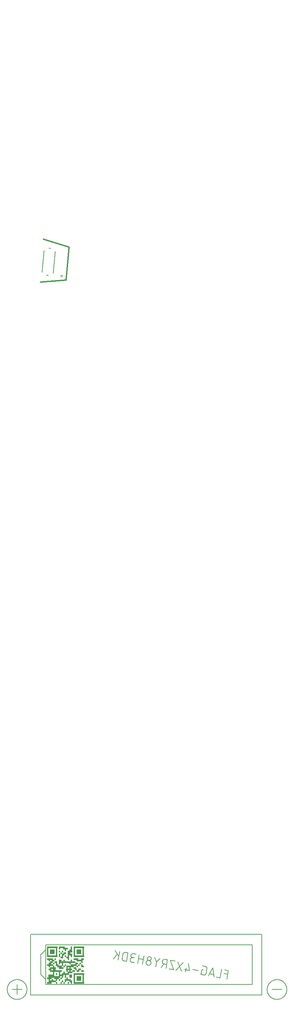
<source format=gbr>
G04 EAGLE Gerber RS-274X export*
G75*
%MOMM*%
%FSLAX34Y34*%
%LPD*%
%INSilkscreen Bottom*%
%IPPOS*%
%AMOC8*
5,1,8,0,0,1.08239X$1,22.5*%
G01*
%ADD10C,0.203200*%
%ADD11C,0.304800*%
%ADD12R,0.406400X0.101600*%
%ADD13R,0.203200X0.101600*%
%ADD14R,0.609600X0.101600*%
%ADD15R,2.667000X0.127000*%
%ADD16R,0.381000X0.127000*%
%ADD17R,1.143000X0.127000*%
%ADD18R,0.762000X0.127000*%
%ADD19R,1.905000X0.127000*%
%ADD20R,1.524000X0.127000*%
%ADD21R,3.048000X0.127000*%
%ADD22R,4.191000X0.127000*%
%ADD23C,0.127000*%
%ADD24C,0.152400*%
%ADD25C,0.076200*%


D10*
X216092Y-2416141D02*
X219973Y-2394129D01*
X210190Y-2392403D01*
X208465Y-2402187D02*
X218248Y-2403912D01*
X202708Y-2391084D02*
X198826Y-2413097D01*
X189043Y-2411371D01*
X183474Y-2410390D02*
X180018Y-2387083D01*
X168799Y-2407802D01*
X171604Y-2402622D02*
X182610Y-2404563D01*
X155261Y-2392805D02*
X151592Y-2392159D01*
X149436Y-2404388D01*
X156773Y-2405681D01*
X156773Y-2405682D02*
X156911Y-2405704D01*
X157049Y-2405722D01*
X157188Y-2405737D01*
X157327Y-2405747D01*
X157466Y-2405754D01*
X157605Y-2405757D01*
X157744Y-2405756D01*
X157884Y-2405751D01*
X158023Y-2405742D01*
X158161Y-2405729D01*
X158300Y-2405712D01*
X158437Y-2405692D01*
X158575Y-2405668D01*
X158711Y-2405639D01*
X158847Y-2405607D01*
X158981Y-2405571D01*
X159115Y-2405532D01*
X159247Y-2405488D01*
X159378Y-2405441D01*
X159508Y-2405391D01*
X159636Y-2405336D01*
X159763Y-2405278D01*
X159888Y-2405217D01*
X160012Y-2405152D01*
X160133Y-2405084D01*
X160252Y-2405012D01*
X160370Y-2404937D01*
X160485Y-2404859D01*
X160598Y-2404777D01*
X160709Y-2404693D01*
X160817Y-2404605D01*
X160923Y-2404514D01*
X161026Y-2404421D01*
X161126Y-2404324D01*
X161224Y-2404225D01*
X161319Y-2404123D01*
X161411Y-2404018D01*
X161500Y-2403911D01*
X161586Y-2403801D01*
X161669Y-2403689D01*
X161749Y-2403575D01*
X161825Y-2403459D01*
X161898Y-2403340D01*
X161968Y-2403220D01*
X162035Y-2403097D01*
X162098Y-2402973D01*
X162157Y-2402847D01*
X162213Y-2402719D01*
X162265Y-2402590D01*
X162314Y-2402460D01*
X162359Y-2402328D01*
X162400Y-2402195D01*
X162438Y-2402061D01*
X162471Y-2401925D01*
X162501Y-2401789D01*
X162528Y-2401652D01*
X162527Y-2401652D02*
X164684Y-2389423D01*
X164684Y-2389424D02*
X164706Y-2389286D01*
X164724Y-2389148D01*
X164739Y-2389009D01*
X164749Y-2388870D01*
X164756Y-2388731D01*
X164759Y-2388592D01*
X164758Y-2388453D01*
X164753Y-2388313D01*
X164744Y-2388174D01*
X164731Y-2388036D01*
X164714Y-2387897D01*
X164694Y-2387760D01*
X164670Y-2387622D01*
X164641Y-2387486D01*
X164609Y-2387350D01*
X164573Y-2387216D01*
X164534Y-2387082D01*
X164490Y-2386950D01*
X164443Y-2386819D01*
X164393Y-2386689D01*
X164338Y-2386561D01*
X164280Y-2386434D01*
X164219Y-2386309D01*
X164154Y-2386186D01*
X164086Y-2386064D01*
X164014Y-2385945D01*
X163939Y-2385827D01*
X163861Y-2385712D01*
X163779Y-2385599D01*
X163695Y-2385488D01*
X163607Y-2385380D01*
X163516Y-2385274D01*
X163423Y-2385171D01*
X163326Y-2385071D01*
X163227Y-2384973D01*
X163125Y-2384878D01*
X163020Y-2384786D01*
X162913Y-2384697D01*
X162803Y-2384611D01*
X162691Y-2384528D01*
X162577Y-2384448D01*
X162461Y-2384372D01*
X162342Y-2384299D01*
X162222Y-2384229D01*
X162099Y-2384162D01*
X161975Y-2384099D01*
X161849Y-2384040D01*
X161721Y-2383984D01*
X161592Y-2383932D01*
X161462Y-2383883D01*
X161330Y-2383838D01*
X161197Y-2383797D01*
X161063Y-2383759D01*
X160927Y-2383726D01*
X160791Y-2383696D01*
X160655Y-2383669D01*
X153317Y-2382375D01*
X142483Y-2394335D02*
X127808Y-2391748D01*
X119363Y-2394041D02*
X117490Y-2376058D01*
X119363Y-2394041D02*
X107134Y-2391885D01*
X111665Y-2387640D02*
X109940Y-2397423D01*
X99801Y-2395636D02*
X89008Y-2371036D01*
X103683Y-2373623D02*
X85126Y-2393048D01*
X83202Y-2370012D02*
X70973Y-2367856D01*
X79320Y-2392024D01*
X67091Y-2389868D01*
X59327Y-2388499D02*
X63208Y-2366486D01*
X57094Y-2365408D01*
X56940Y-2365383D01*
X56786Y-2365362D01*
X56631Y-2365344D01*
X56475Y-2365331D01*
X56319Y-2365321D01*
X56163Y-2365316D01*
X56007Y-2365314D01*
X55851Y-2365316D01*
X55695Y-2365322D01*
X55540Y-2365332D01*
X55384Y-2365346D01*
X55229Y-2365364D01*
X55075Y-2365386D01*
X54921Y-2365411D01*
X54768Y-2365441D01*
X54615Y-2365474D01*
X54463Y-2365511D01*
X54313Y-2365552D01*
X54163Y-2365597D01*
X54015Y-2365645D01*
X53868Y-2365697D01*
X53722Y-2365753D01*
X53578Y-2365813D01*
X53435Y-2365876D01*
X53294Y-2365942D01*
X53155Y-2366013D01*
X53017Y-2366086D01*
X52882Y-2366163D01*
X52748Y-2366244D01*
X52616Y-2366328D01*
X52487Y-2366415D01*
X52359Y-2366505D01*
X52234Y-2366598D01*
X52112Y-2366695D01*
X51992Y-2366795D01*
X51874Y-2366897D01*
X51759Y-2367003D01*
X51647Y-2367111D01*
X51538Y-2367222D01*
X51431Y-2367336D01*
X51327Y-2367453D01*
X51226Y-2367572D01*
X51129Y-2367694D01*
X51034Y-2367818D01*
X50942Y-2367944D01*
X50854Y-2368073D01*
X50769Y-2368203D01*
X50687Y-2368336D01*
X50609Y-2368471D01*
X50534Y-2368608D01*
X50462Y-2368747D01*
X50394Y-2368887D01*
X50330Y-2369029D01*
X50269Y-2369173D01*
X50212Y-2369318D01*
X50158Y-2369465D01*
X50108Y-2369613D01*
X50062Y-2369762D01*
X50020Y-2369912D01*
X49981Y-2370063D01*
X49946Y-2370215D01*
X49915Y-2370368D01*
X49888Y-2370522D01*
X49865Y-2370676D01*
X49846Y-2370831D01*
X49830Y-2370986D01*
X49819Y-2371142D01*
X49811Y-2371298D01*
X49807Y-2371454D01*
X49808Y-2371610D01*
X49812Y-2371766D01*
X49820Y-2371922D01*
X49832Y-2372077D01*
X49848Y-2372232D01*
X49867Y-2372387D01*
X49891Y-2372541D01*
X49919Y-2372695D01*
X49950Y-2372848D01*
X49985Y-2373000D01*
X50024Y-2373151D01*
X50067Y-2373301D01*
X50114Y-2373450D01*
X50164Y-2373598D01*
X50218Y-2373744D01*
X50275Y-2373889D01*
X50337Y-2374033D01*
X50402Y-2374175D01*
X50470Y-2374315D01*
X50542Y-2374453D01*
X50617Y-2374590D01*
X50696Y-2374725D01*
X50778Y-2374857D01*
X50864Y-2374988D01*
X50952Y-2375116D01*
X51044Y-2375242D01*
X51139Y-2375366D01*
X51237Y-2375487D01*
X51339Y-2375606D01*
X51443Y-2375723D01*
X51550Y-2375836D01*
X51659Y-2375947D01*
X51772Y-2376055D01*
X51887Y-2376160D01*
X52005Y-2376263D01*
X52125Y-2376362D01*
X52248Y-2376458D01*
X52373Y-2376551D01*
X52501Y-2376641D01*
X52631Y-2376728D01*
X52763Y-2376811D01*
X52897Y-2376891D01*
X53032Y-2376968D01*
X53170Y-2377041D01*
X53310Y-2377111D01*
X53451Y-2377177D01*
X53594Y-2377240D01*
X53738Y-2377299D01*
X53884Y-2377355D01*
X54031Y-2377406D01*
X54180Y-2377454D01*
X54330Y-2377499D01*
X54480Y-2377539D01*
X54632Y-2377576D01*
X54785Y-2377609D01*
X54938Y-2377638D01*
X54937Y-2377637D02*
X61052Y-2378716D01*
X53715Y-2377422D02*
X47098Y-2386343D01*
X35410Y-2372303D02*
X44580Y-2363202D01*
X35410Y-2372303D02*
X29906Y-2360614D01*
X35410Y-2372303D02*
X33362Y-2383920D01*
X20633Y-2375371D02*
X20658Y-2375217D01*
X20679Y-2375063D01*
X20697Y-2374908D01*
X20710Y-2374752D01*
X20720Y-2374596D01*
X20725Y-2374440D01*
X20727Y-2374284D01*
X20725Y-2374128D01*
X20719Y-2373972D01*
X20709Y-2373817D01*
X20695Y-2373661D01*
X20677Y-2373506D01*
X20655Y-2373352D01*
X20630Y-2373198D01*
X20600Y-2373045D01*
X20567Y-2372892D01*
X20530Y-2372741D01*
X20489Y-2372590D01*
X20444Y-2372440D01*
X20396Y-2372292D01*
X20344Y-2372145D01*
X20288Y-2371999D01*
X20228Y-2371855D01*
X20165Y-2371712D01*
X20099Y-2371571D01*
X20028Y-2371432D01*
X19955Y-2371294D01*
X19878Y-2371159D01*
X19797Y-2371025D01*
X19714Y-2370893D01*
X19626Y-2370764D01*
X19536Y-2370636D01*
X19443Y-2370512D01*
X19346Y-2370389D01*
X19246Y-2370269D01*
X19144Y-2370151D01*
X19038Y-2370036D01*
X18930Y-2369924D01*
X18819Y-2369815D01*
X18705Y-2369708D01*
X18588Y-2369604D01*
X18469Y-2369503D01*
X18347Y-2369406D01*
X18223Y-2369311D01*
X18097Y-2369219D01*
X17968Y-2369131D01*
X17838Y-2369046D01*
X17705Y-2368964D01*
X17570Y-2368886D01*
X17433Y-2368811D01*
X17294Y-2368739D01*
X17154Y-2368671D01*
X17012Y-2368607D01*
X16868Y-2368546D01*
X16723Y-2368489D01*
X16576Y-2368435D01*
X16428Y-2368385D01*
X16279Y-2368339D01*
X16129Y-2368297D01*
X15978Y-2368258D01*
X15826Y-2368223D01*
X15673Y-2368192D01*
X15519Y-2368165D01*
X15365Y-2368142D01*
X15210Y-2368123D01*
X15055Y-2368107D01*
X14899Y-2368096D01*
X14743Y-2368088D01*
X14587Y-2368084D01*
X14431Y-2368085D01*
X14275Y-2368089D01*
X14119Y-2368097D01*
X13964Y-2368109D01*
X13809Y-2368125D01*
X13654Y-2368144D01*
X13500Y-2368168D01*
X13346Y-2368196D01*
X13193Y-2368227D01*
X13041Y-2368262D01*
X12890Y-2368301D01*
X12740Y-2368344D01*
X12591Y-2368391D01*
X12443Y-2368441D01*
X12297Y-2368495D01*
X12152Y-2368553D01*
X12008Y-2368614D01*
X11866Y-2368679D01*
X11726Y-2368747D01*
X11588Y-2368819D01*
X11451Y-2368894D01*
X11316Y-2368973D01*
X11184Y-2369055D01*
X11053Y-2369141D01*
X10925Y-2369229D01*
X10799Y-2369321D01*
X10675Y-2369416D01*
X10554Y-2369514D01*
X10435Y-2369616D01*
X10318Y-2369720D01*
X10205Y-2369827D01*
X10094Y-2369936D01*
X9986Y-2370049D01*
X9881Y-2370164D01*
X9778Y-2370282D01*
X9679Y-2370402D01*
X9583Y-2370525D01*
X9490Y-2370651D01*
X9400Y-2370778D01*
X9313Y-2370908D01*
X9230Y-2371040D01*
X9149Y-2371174D01*
X9073Y-2371309D01*
X9000Y-2371447D01*
X8930Y-2371587D01*
X8864Y-2371728D01*
X8801Y-2371871D01*
X8742Y-2372015D01*
X8686Y-2372161D01*
X8635Y-2372309D01*
X8587Y-2372457D01*
X8542Y-2372607D01*
X8502Y-2372757D01*
X8465Y-2372909D01*
X8432Y-2373062D01*
X8403Y-2373215D01*
X8378Y-2373370D01*
X8357Y-2373526D01*
X8339Y-2373682D01*
X8326Y-2373839D01*
X8316Y-2373996D01*
X8311Y-2374153D01*
X8309Y-2374311D01*
X8311Y-2374468D01*
X8318Y-2374625D01*
X8328Y-2374782D01*
X8343Y-2374939D01*
X8361Y-2375095D01*
X8383Y-2375251D01*
X8410Y-2375406D01*
X8440Y-2375560D01*
X8474Y-2375714D01*
X8512Y-2375866D01*
X8553Y-2376018D01*
X8599Y-2376169D01*
X8648Y-2376318D01*
X8702Y-2376466D01*
X8759Y-2376613D01*
X8819Y-2376758D01*
X8883Y-2376901D01*
X8951Y-2377043D01*
X9023Y-2377183D01*
X9098Y-2377322D01*
X9176Y-2377458D01*
X9258Y-2377592D01*
X9343Y-2377724D01*
X9432Y-2377854D01*
X9524Y-2377982D01*
X9619Y-2378107D01*
X9717Y-2378230D01*
X9818Y-2378351D01*
X9923Y-2378468D01*
X10030Y-2378583D01*
X10140Y-2378696D01*
X10253Y-2378805D01*
X10369Y-2378912D01*
X10487Y-2379016D01*
X10608Y-2379116D01*
X10731Y-2379214D01*
X10857Y-2379308D01*
X10985Y-2379399D01*
X11116Y-2379487D01*
X11249Y-2379571D01*
X11383Y-2379653D01*
X11520Y-2379730D01*
X11659Y-2379804D01*
X11799Y-2379875D01*
X11942Y-2379942D01*
X12086Y-2380006D01*
X12231Y-2380065D01*
X12378Y-2380122D01*
X12526Y-2380174D01*
X12676Y-2380222D01*
X12827Y-2380267D01*
X12979Y-2380308D01*
X13132Y-2380345D01*
X13285Y-2380378D01*
X13440Y-2380408D01*
X13595Y-2380433D01*
X13751Y-2380454D01*
X13907Y-2380472D01*
X14064Y-2380485D01*
X14221Y-2380495D01*
X14378Y-2380500D01*
X14535Y-2380502D01*
X14693Y-2380500D01*
X14850Y-2380493D01*
X15007Y-2380483D01*
X15164Y-2380468D01*
X15320Y-2380450D01*
X15475Y-2380428D01*
X15631Y-2380402D01*
X15785Y-2380371D01*
X15939Y-2380337D01*
X16091Y-2380299D01*
X16243Y-2380258D01*
X16393Y-2380212D01*
X16543Y-2380163D01*
X16691Y-2380109D01*
X16837Y-2380053D01*
X16983Y-2379992D01*
X17126Y-2379928D01*
X17268Y-2379860D01*
X17408Y-2379788D01*
X17546Y-2379713D01*
X17683Y-2379635D01*
X17817Y-2379553D01*
X17949Y-2379468D01*
X18079Y-2379379D01*
X18207Y-2379287D01*
X18332Y-2379192D01*
X18455Y-2379094D01*
X18576Y-2378993D01*
X18693Y-2378888D01*
X18808Y-2378781D01*
X18921Y-2378671D01*
X19030Y-2378558D01*
X19137Y-2378442D01*
X19240Y-2378324D01*
X19341Y-2378203D01*
X19439Y-2378080D01*
X19533Y-2377954D01*
X19624Y-2377826D01*
X19712Y-2377695D01*
X19796Y-2377563D01*
X19878Y-2377428D01*
X19955Y-2377291D01*
X20029Y-2377152D01*
X20100Y-2377012D01*
X20167Y-2376870D01*
X20231Y-2376726D01*
X20290Y-2376580D01*
X20347Y-2376433D01*
X20399Y-2376285D01*
X20447Y-2376135D01*
X20492Y-2375984D01*
X20533Y-2375832D01*
X20570Y-2375680D01*
X20603Y-2375526D01*
X20633Y-2375371D01*
X21350Y-2364149D02*
X21372Y-2364011D01*
X21391Y-2363871D01*
X21405Y-2363732D01*
X21416Y-2363591D01*
X21422Y-2363451D01*
X21425Y-2363310D01*
X21424Y-2363170D01*
X21418Y-2363029D01*
X21409Y-2362889D01*
X21396Y-2362749D01*
X21379Y-2362610D01*
X21357Y-2362471D01*
X21332Y-2362332D01*
X21303Y-2362195D01*
X21271Y-2362058D01*
X21234Y-2361922D01*
X21193Y-2361788D01*
X21149Y-2361654D01*
X21101Y-2361522D01*
X21049Y-2361392D01*
X20994Y-2361262D01*
X20935Y-2361135D01*
X20872Y-2361009D01*
X20806Y-2360885D01*
X20736Y-2360763D01*
X20663Y-2360643D01*
X20586Y-2360525D01*
X20506Y-2360409D01*
X20423Y-2360296D01*
X20337Y-2360185D01*
X20248Y-2360076D01*
X20155Y-2359970D01*
X20060Y-2359867D01*
X19962Y-2359767D01*
X19861Y-2359669D01*
X19757Y-2359574D01*
X19651Y-2359482D01*
X19542Y-2359393D01*
X19430Y-2359308D01*
X19317Y-2359225D01*
X19200Y-2359146D01*
X19082Y-2359070D01*
X18962Y-2358997D01*
X18839Y-2358928D01*
X18715Y-2358862D01*
X18589Y-2358800D01*
X18461Y-2358742D01*
X18332Y-2358687D01*
X18201Y-2358636D01*
X18068Y-2358588D01*
X17935Y-2358545D01*
X17800Y-2358505D01*
X17664Y-2358469D01*
X17527Y-2358436D01*
X17390Y-2358408D01*
X17251Y-2358384D01*
X17112Y-2358363D01*
X16973Y-2358347D01*
X16833Y-2358334D01*
X16692Y-2358326D01*
X16552Y-2358321D01*
X16411Y-2358320D01*
X16271Y-2358324D01*
X16130Y-2358331D01*
X15990Y-2358342D01*
X15850Y-2358357D01*
X15711Y-2358376D01*
X15572Y-2358400D01*
X15434Y-2358427D01*
X15297Y-2358458D01*
X15161Y-2358492D01*
X15026Y-2358531D01*
X14892Y-2358573D01*
X14759Y-2358620D01*
X14628Y-2358669D01*
X14498Y-2358723D01*
X14369Y-2358780D01*
X14243Y-2358841D01*
X14118Y-2358906D01*
X13995Y-2358974D01*
X13874Y-2359045D01*
X13755Y-2359120D01*
X13638Y-2359198D01*
X13523Y-2359280D01*
X13411Y-2359364D01*
X13301Y-2359452D01*
X13194Y-2359543D01*
X13089Y-2359637D01*
X12987Y-2359734D01*
X12888Y-2359833D01*
X12792Y-2359936D01*
X12699Y-2360041D01*
X12608Y-2360148D01*
X12521Y-2360259D01*
X12437Y-2360371D01*
X12356Y-2360486D01*
X12278Y-2360603D01*
X12204Y-2360723D01*
X12133Y-2360844D01*
X12066Y-2360968D01*
X12002Y-2361093D01*
X11942Y-2361220D01*
X11885Y-2361348D01*
X11832Y-2361479D01*
X11783Y-2361610D01*
X11737Y-2361743D01*
X11695Y-2361877D01*
X11657Y-2362013D01*
X11623Y-2362149D01*
X11593Y-2362286D01*
X11566Y-2362424D01*
X11544Y-2362562D01*
X11526Y-2362700D01*
X11511Y-2362839D01*
X11501Y-2362978D01*
X11494Y-2363117D01*
X11491Y-2363256D01*
X11492Y-2363395D01*
X11497Y-2363535D01*
X11506Y-2363674D01*
X11519Y-2363812D01*
X11536Y-2363951D01*
X11556Y-2364088D01*
X11580Y-2364226D01*
X11609Y-2364362D01*
X11641Y-2364498D01*
X11677Y-2364632D01*
X11716Y-2364766D01*
X11760Y-2364898D01*
X11807Y-2365029D01*
X11857Y-2365159D01*
X11912Y-2365287D01*
X11970Y-2365414D01*
X12031Y-2365539D01*
X12096Y-2365662D01*
X12164Y-2365784D01*
X12236Y-2365903D01*
X12311Y-2366021D01*
X12389Y-2366136D01*
X12471Y-2366249D01*
X12555Y-2366360D01*
X12643Y-2366468D01*
X12734Y-2366574D01*
X12827Y-2366677D01*
X12924Y-2366777D01*
X13023Y-2366875D01*
X13125Y-2366970D01*
X13230Y-2367062D01*
X13337Y-2367151D01*
X13447Y-2367237D01*
X13559Y-2367320D01*
X13673Y-2367400D01*
X13789Y-2367476D01*
X13908Y-2367549D01*
X14028Y-2367619D01*
X14151Y-2367686D01*
X14275Y-2367749D01*
X14401Y-2367808D01*
X14529Y-2367864D01*
X14658Y-2367916D01*
X14788Y-2367965D01*
X14920Y-2368010D01*
X15053Y-2368051D01*
X15187Y-2368089D01*
X15323Y-2368122D01*
X15459Y-2368152D01*
X15595Y-2368179D01*
X15733Y-2368201D01*
X15871Y-2368219D01*
X16010Y-2368234D01*
X16149Y-2368244D01*
X16288Y-2368251D01*
X16427Y-2368254D01*
X16566Y-2368253D01*
X16706Y-2368248D01*
X16845Y-2368239D01*
X16983Y-2368226D01*
X17122Y-2368209D01*
X17259Y-2368189D01*
X17397Y-2368165D01*
X17533Y-2368136D01*
X17669Y-2368104D01*
X17803Y-2368068D01*
X17937Y-2368029D01*
X18069Y-2367985D01*
X18200Y-2367938D01*
X18330Y-2367888D01*
X18458Y-2367833D01*
X18585Y-2367775D01*
X18710Y-2367714D01*
X18833Y-2367649D01*
X18955Y-2367581D01*
X19074Y-2367509D01*
X19192Y-2367434D01*
X19307Y-2367356D01*
X19420Y-2367274D01*
X19531Y-2367190D01*
X19639Y-2367102D01*
X19745Y-2367011D01*
X19848Y-2366918D01*
X19948Y-2366821D01*
X20046Y-2366722D01*
X20141Y-2366620D01*
X20233Y-2366515D01*
X20322Y-2366408D01*
X20408Y-2366298D01*
X20491Y-2366186D01*
X20571Y-2366072D01*
X20647Y-2365956D01*
X20720Y-2365837D01*
X20790Y-2365717D01*
X20857Y-2365594D01*
X20920Y-2365470D01*
X20979Y-2365344D01*
X21035Y-2365216D01*
X21087Y-2365087D01*
X21136Y-2364957D01*
X21181Y-2364825D01*
X21222Y-2364692D01*
X21260Y-2364558D01*
X21293Y-2364422D01*
X21323Y-2364286D01*
X21350Y-2364149D01*
X2849Y-2355843D02*
X-1032Y-2377856D01*
X1124Y-2365627D02*
X-11105Y-2363470D01*
X-9380Y-2353687D02*
X-13261Y-2375700D01*
X-21618Y-2374226D02*
X-27733Y-2373148D01*
X-27888Y-2373118D01*
X-28042Y-2373085D01*
X-28194Y-2373048D01*
X-28346Y-2373007D01*
X-28497Y-2372962D01*
X-28647Y-2372914D01*
X-28795Y-2372862D01*
X-28942Y-2372805D01*
X-29088Y-2372746D01*
X-29231Y-2372682D01*
X-29374Y-2372615D01*
X-29514Y-2372544D01*
X-29653Y-2372470D01*
X-29790Y-2372393D01*
X-29925Y-2372311D01*
X-30057Y-2372227D01*
X-30188Y-2372139D01*
X-30316Y-2372048D01*
X-30442Y-2371954D01*
X-30565Y-2371856D01*
X-30686Y-2371755D01*
X-30804Y-2371652D01*
X-30920Y-2371545D01*
X-31033Y-2371436D01*
X-31143Y-2371323D01*
X-31250Y-2371208D01*
X-31355Y-2371091D01*
X-31456Y-2370970D01*
X-31554Y-2370847D01*
X-31649Y-2370722D01*
X-31741Y-2370594D01*
X-31830Y-2370464D01*
X-31915Y-2370332D01*
X-31997Y-2370198D01*
X-32075Y-2370062D01*
X-32150Y-2369923D01*
X-32222Y-2369783D01*
X-32290Y-2369641D01*
X-32354Y-2369498D01*
X-32415Y-2369352D01*
X-32471Y-2369206D01*
X-32525Y-2369058D01*
X-32574Y-2368908D01*
X-32620Y-2368758D01*
X-32661Y-2368606D01*
X-32699Y-2368454D01*
X-32733Y-2368300D01*
X-32764Y-2368146D01*
X-32790Y-2367990D01*
X-32812Y-2367835D01*
X-32830Y-2367679D01*
X-32845Y-2367522D01*
X-32855Y-2367365D01*
X-32862Y-2367208D01*
X-32864Y-2367050D01*
X-32862Y-2366893D01*
X-32857Y-2366736D01*
X-32847Y-2366579D01*
X-32834Y-2366422D01*
X-32816Y-2366266D01*
X-32795Y-2366110D01*
X-32770Y-2365955D01*
X-32740Y-2365800D01*
X-32707Y-2365647D01*
X-32670Y-2365494D01*
X-32629Y-2365342D01*
X-32584Y-2365191D01*
X-32536Y-2365041D01*
X-32484Y-2364893D01*
X-32427Y-2364746D01*
X-32368Y-2364601D01*
X-32304Y-2364457D01*
X-32237Y-2364314D01*
X-32166Y-2364174D01*
X-32092Y-2364035D01*
X-32015Y-2363898D01*
X-31933Y-2363764D01*
X-31849Y-2363631D01*
X-31761Y-2363500D01*
X-31670Y-2363372D01*
X-31576Y-2363246D01*
X-31478Y-2363123D01*
X-31378Y-2363002D01*
X-31274Y-2362884D01*
X-31167Y-2362768D01*
X-31058Y-2362655D01*
X-30945Y-2362545D01*
X-30830Y-2362438D01*
X-30713Y-2362333D01*
X-30592Y-2362232D01*
X-30469Y-2362134D01*
X-30344Y-2362039D01*
X-30216Y-2361947D01*
X-30086Y-2361858D01*
X-29954Y-2361773D01*
X-29820Y-2361691D01*
X-29684Y-2361613D01*
X-29545Y-2361538D01*
X-29405Y-2361466D01*
X-29263Y-2361398D01*
X-29120Y-2361334D01*
X-28974Y-2361274D01*
X-28828Y-2361217D01*
X-28680Y-2361163D01*
X-28530Y-2361114D01*
X-28380Y-2361068D01*
X-28228Y-2361027D01*
X-28076Y-2360989D01*
X-27922Y-2360955D01*
X-27768Y-2360925D01*
X-27613Y-2360898D01*
X-27457Y-2360876D01*
X-27301Y-2360858D01*
X-27144Y-2360843D01*
X-26987Y-2360833D01*
X-26830Y-2360826D01*
X-26673Y-2360824D01*
X-26515Y-2360826D01*
X-26358Y-2360831D01*
X-26201Y-2360841D01*
X-26044Y-2360854D01*
X-25888Y-2360872D01*
X-25732Y-2360893D01*
X-25577Y-2360918D01*
X-25074Y-2350920D02*
X-17737Y-2352214D01*
X-25074Y-2350919D02*
X-25212Y-2350897D01*
X-25350Y-2350879D01*
X-25489Y-2350864D01*
X-25628Y-2350854D01*
X-25767Y-2350847D01*
X-25906Y-2350844D01*
X-26045Y-2350845D01*
X-26185Y-2350850D01*
X-26324Y-2350859D01*
X-26462Y-2350872D01*
X-26601Y-2350889D01*
X-26738Y-2350909D01*
X-26876Y-2350933D01*
X-27012Y-2350962D01*
X-27148Y-2350994D01*
X-27282Y-2351030D01*
X-27416Y-2351069D01*
X-27548Y-2351113D01*
X-27679Y-2351160D01*
X-27809Y-2351210D01*
X-27937Y-2351265D01*
X-28064Y-2351323D01*
X-28189Y-2351384D01*
X-28312Y-2351449D01*
X-28434Y-2351517D01*
X-28553Y-2351589D01*
X-28671Y-2351664D01*
X-28786Y-2351742D01*
X-28899Y-2351824D01*
X-29010Y-2351908D01*
X-29118Y-2351996D01*
X-29224Y-2352087D01*
X-29327Y-2352180D01*
X-29427Y-2352277D01*
X-29525Y-2352376D01*
X-29620Y-2352478D01*
X-29712Y-2352583D01*
X-29801Y-2352690D01*
X-29887Y-2352800D01*
X-29970Y-2352912D01*
X-30050Y-2353026D01*
X-30126Y-2353142D01*
X-30199Y-2353261D01*
X-30269Y-2353381D01*
X-30336Y-2353504D01*
X-30399Y-2353628D01*
X-30458Y-2353754D01*
X-30514Y-2353882D01*
X-30566Y-2354011D01*
X-30615Y-2354141D01*
X-30660Y-2354273D01*
X-30701Y-2354406D01*
X-30739Y-2354540D01*
X-30772Y-2354676D01*
X-30802Y-2354812D01*
X-30829Y-2354948D01*
X-30851Y-2355086D01*
X-30869Y-2355224D01*
X-30884Y-2355363D01*
X-30894Y-2355502D01*
X-30901Y-2355641D01*
X-30904Y-2355780D01*
X-30903Y-2355919D01*
X-30898Y-2356059D01*
X-30889Y-2356198D01*
X-30876Y-2356336D01*
X-30859Y-2356475D01*
X-30839Y-2356612D01*
X-30815Y-2356750D01*
X-30786Y-2356886D01*
X-30754Y-2357022D01*
X-30718Y-2357156D01*
X-30679Y-2357290D01*
X-30635Y-2357422D01*
X-30588Y-2357553D01*
X-30538Y-2357683D01*
X-30483Y-2357811D01*
X-30425Y-2357938D01*
X-30364Y-2358063D01*
X-30299Y-2358186D01*
X-30231Y-2358308D01*
X-30159Y-2358427D01*
X-30084Y-2358545D01*
X-30006Y-2358660D01*
X-29924Y-2358773D01*
X-29840Y-2358884D01*
X-29752Y-2358992D01*
X-29661Y-2359098D01*
X-29568Y-2359201D01*
X-29471Y-2359301D01*
X-29372Y-2359399D01*
X-29270Y-2359494D01*
X-29165Y-2359586D01*
X-29058Y-2359675D01*
X-28948Y-2359761D01*
X-28836Y-2359844D01*
X-28722Y-2359924D01*
X-28606Y-2360000D01*
X-28487Y-2360073D01*
X-28367Y-2360143D01*
X-28244Y-2360210D01*
X-28120Y-2360273D01*
X-27994Y-2360332D01*
X-27866Y-2360388D01*
X-27737Y-2360440D01*
X-27607Y-2360489D01*
X-27475Y-2360534D01*
X-27342Y-2360575D01*
X-27208Y-2360613D01*
X-27072Y-2360646D01*
X-26936Y-2360676D01*
X-26800Y-2360703D01*
X-26799Y-2360703D02*
X-21908Y-2361566D01*
X-38323Y-2348584D02*
X-42205Y-2370596D01*
X-38323Y-2348584D02*
X-44438Y-2347505D01*
X-44591Y-2347480D01*
X-44744Y-2347459D01*
X-44898Y-2347442D01*
X-45052Y-2347428D01*
X-45207Y-2347419D01*
X-45361Y-2347413D01*
X-45516Y-2347411D01*
X-45671Y-2347413D01*
X-45825Y-2347419D01*
X-45980Y-2347428D01*
X-46134Y-2347442D01*
X-46288Y-2347459D01*
X-46441Y-2347480D01*
X-46594Y-2347505D01*
X-46746Y-2347534D01*
X-46898Y-2347567D01*
X-47048Y-2347603D01*
X-47198Y-2347643D01*
X-47346Y-2347687D01*
X-47493Y-2347734D01*
X-47640Y-2347785D01*
X-47784Y-2347840D01*
X-47928Y-2347899D01*
X-48070Y-2347960D01*
X-48210Y-2348026D01*
X-48349Y-2348095D01*
X-48485Y-2348167D01*
X-48621Y-2348243D01*
X-48754Y-2348322D01*
X-48885Y-2348404D01*
X-49014Y-2348490D01*
X-49140Y-2348579D01*
X-49265Y-2348671D01*
X-49387Y-2348766D01*
X-49507Y-2348864D01*
X-49624Y-2348965D01*
X-49739Y-2349068D01*
X-49851Y-2349175D01*
X-49961Y-2349285D01*
X-50068Y-2349397D01*
X-50171Y-2349512D01*
X-50272Y-2349629D01*
X-50370Y-2349749D01*
X-50465Y-2349871D01*
X-50557Y-2349996D01*
X-50646Y-2350122D01*
X-50732Y-2350251D01*
X-50814Y-2350382D01*
X-50893Y-2350516D01*
X-50969Y-2350651D01*
X-51041Y-2350787D01*
X-51110Y-2350926D01*
X-51176Y-2351066D01*
X-51237Y-2351208D01*
X-51296Y-2351352D01*
X-51351Y-2351496D01*
X-51402Y-2351643D01*
X-51449Y-2351790D01*
X-51493Y-2351938D01*
X-51533Y-2352088D01*
X-51569Y-2352238D01*
X-51602Y-2352390D01*
X-51631Y-2352542D01*
X-51630Y-2352542D02*
X-53355Y-2362325D01*
X-53356Y-2362325D02*
X-53381Y-2362480D01*
X-53402Y-2362636D01*
X-53420Y-2362792D01*
X-53433Y-2362949D01*
X-53443Y-2363106D01*
X-53448Y-2363263D01*
X-53450Y-2363420D01*
X-53448Y-2363578D01*
X-53441Y-2363735D01*
X-53431Y-2363892D01*
X-53416Y-2364049D01*
X-53398Y-2364205D01*
X-53376Y-2364360D01*
X-53350Y-2364516D01*
X-53319Y-2364670D01*
X-53285Y-2364824D01*
X-53247Y-2364976D01*
X-53206Y-2365128D01*
X-53160Y-2365278D01*
X-53111Y-2365428D01*
X-53057Y-2365576D01*
X-53001Y-2365722D01*
X-52940Y-2365868D01*
X-52876Y-2366011D01*
X-52808Y-2366153D01*
X-52736Y-2366293D01*
X-52661Y-2366432D01*
X-52583Y-2366568D01*
X-52501Y-2366702D01*
X-52416Y-2366834D01*
X-52327Y-2366964D01*
X-52235Y-2367092D01*
X-52140Y-2367217D01*
X-52042Y-2367340D01*
X-51941Y-2367461D01*
X-51836Y-2367578D01*
X-51729Y-2367693D01*
X-51619Y-2367806D01*
X-51506Y-2367915D01*
X-51390Y-2368022D01*
X-51272Y-2368125D01*
X-51151Y-2368226D01*
X-51028Y-2368324D01*
X-50902Y-2368418D01*
X-50774Y-2368509D01*
X-50643Y-2368597D01*
X-50511Y-2368681D01*
X-50376Y-2368763D01*
X-50239Y-2368840D01*
X-50100Y-2368914D01*
X-49960Y-2368985D01*
X-49817Y-2369052D01*
X-49674Y-2369116D01*
X-49528Y-2369175D01*
X-49381Y-2369232D01*
X-49233Y-2369284D01*
X-49083Y-2369332D01*
X-48932Y-2369377D01*
X-48780Y-2369418D01*
X-48628Y-2369455D01*
X-48474Y-2369488D01*
X-48319Y-2369518D01*
X-42205Y-2370596D01*
X-63620Y-2366820D02*
X-59738Y-2344808D01*
X-71967Y-2342651D02*
X-62110Y-2358260D01*
X-66139Y-2352505D02*
X-75849Y-2364664D01*
D11*
X-190500Y-537210D02*
X-256540Y-516890D01*
X-190500Y-537210D02*
X-198120Y-622300D01*
X-264160Y-627380D01*
D12*
X268732Y29464D03*
D13*
X257556Y29464D03*
D12*
X238252Y29464D03*
D13*
X225044Y29464D03*
D14*
X208788Y29464D03*
D13*
X198628Y29464D03*
D12*
X189484Y29464D03*
X179324Y29464D03*
D13*
X166116Y29464D03*
X157988Y29464D03*
D14*
X143764Y29464D03*
D12*
X122428Y29464D03*
D14*
X111252Y29464D03*
D13*
X105156Y29464D03*
D14*
X88900Y29464D03*
D12*
X75692Y29464D03*
D13*
X68580Y29464D03*
D14*
X60452Y29464D03*
X44196Y29464D03*
D13*
X32004Y29464D03*
D12*
X22860Y29464D03*
D13*
X1524Y29464D03*
D14*
X-8636Y29464D03*
D13*
X-20828Y29464D03*
D12*
X-38100Y29464D03*
X-52324Y29464D03*
D13*
X-65532Y29464D03*
X-79756Y29464D03*
D12*
X-92964Y29464D03*
D14*
X-100076Y29464D03*
D13*
X-116332Y29464D03*
X-136652Y29464D03*
D12*
X-145796Y29464D03*
D13*
X-154940Y29464D03*
D12*
X-172212Y29464D03*
X-186436Y29464D03*
D13*
X-207772Y29464D03*
D12*
X-214884Y29464D03*
D13*
X-221996Y29464D03*
X-230124Y29464D03*
D12*
X-245364Y29464D03*
D14*
X-256540Y29464D03*
D12*
X-267716Y29464D03*
X268732Y30480D03*
D13*
X257556Y30480D03*
D12*
X238252Y30480D03*
D13*
X225044Y30480D03*
D14*
X208788Y30480D03*
D13*
X198628Y30480D03*
D12*
X189484Y30480D03*
X179324Y30480D03*
D13*
X166116Y30480D03*
X157988Y30480D03*
D14*
X143764Y30480D03*
D12*
X122428Y30480D03*
D14*
X111252Y30480D03*
D13*
X105156Y30480D03*
D14*
X88900Y30480D03*
D12*
X75692Y30480D03*
D13*
X68580Y30480D03*
D14*
X60452Y30480D03*
X44196Y30480D03*
D13*
X32004Y30480D03*
D12*
X22860Y30480D03*
D13*
X1524Y30480D03*
D14*
X-8636Y30480D03*
D13*
X-20828Y30480D03*
D12*
X-38100Y30480D03*
X-52324Y30480D03*
D13*
X-65532Y30480D03*
X-79756Y30480D03*
D12*
X-92964Y30480D03*
D14*
X-100076Y30480D03*
D13*
X-116332Y30480D03*
X-136652Y30480D03*
D12*
X-145796Y30480D03*
D13*
X-154940Y30480D03*
D12*
X-172212Y30480D03*
X-186436Y30480D03*
D13*
X-207772Y30480D03*
D12*
X-214884Y30480D03*
D13*
X-221996Y30480D03*
X-230124Y30480D03*
D12*
X-245364Y30480D03*
D14*
X-256540Y30480D03*
D12*
X-267716Y30480D03*
X268732Y31496D03*
D13*
X257556Y31496D03*
D12*
X238252Y31496D03*
D13*
X225044Y31496D03*
D14*
X208788Y31496D03*
D13*
X198628Y31496D03*
D12*
X189484Y31496D03*
X179324Y31496D03*
D13*
X166116Y31496D03*
X157988Y31496D03*
D14*
X143764Y31496D03*
D12*
X122428Y31496D03*
D14*
X111252Y31496D03*
D13*
X105156Y31496D03*
D14*
X88900Y31496D03*
D12*
X75692Y31496D03*
D13*
X68580Y31496D03*
D14*
X60452Y31496D03*
X44196Y31496D03*
D13*
X32004Y31496D03*
D12*
X22860Y31496D03*
D13*
X1524Y31496D03*
D14*
X-8636Y31496D03*
D13*
X-20828Y31496D03*
D12*
X-38100Y31496D03*
X-52324Y31496D03*
D13*
X-65532Y31496D03*
X-79756Y31496D03*
D12*
X-92964Y31496D03*
D14*
X-100076Y31496D03*
D13*
X-116332Y31496D03*
X-136652Y31496D03*
D12*
X-145796Y31496D03*
D13*
X-154940Y31496D03*
D12*
X-172212Y31496D03*
X-186436Y31496D03*
D13*
X-207772Y31496D03*
D12*
X-214884Y31496D03*
D13*
X-221996Y31496D03*
X-230124Y31496D03*
D12*
X-245364Y31496D03*
D14*
X-256540Y31496D03*
D12*
X-267716Y31496D03*
X268732Y32512D03*
D13*
X257556Y32512D03*
D12*
X238252Y32512D03*
D13*
X225044Y32512D03*
D14*
X208788Y32512D03*
D13*
X198628Y32512D03*
D12*
X189484Y32512D03*
X179324Y32512D03*
D13*
X166116Y32512D03*
X157988Y32512D03*
D14*
X143764Y32512D03*
D12*
X122428Y32512D03*
D14*
X111252Y32512D03*
D13*
X105156Y32512D03*
D14*
X88900Y32512D03*
D12*
X75692Y32512D03*
D13*
X68580Y32512D03*
D14*
X60452Y32512D03*
X44196Y32512D03*
D13*
X32004Y32512D03*
D12*
X22860Y32512D03*
D13*
X1524Y32512D03*
D14*
X-8636Y32512D03*
D13*
X-20828Y32512D03*
D12*
X-38100Y32512D03*
X-52324Y32512D03*
D13*
X-65532Y32512D03*
X-79756Y32512D03*
D12*
X-92964Y32512D03*
D14*
X-100076Y32512D03*
D13*
X-116332Y32512D03*
X-136652Y32512D03*
D12*
X-145796Y32512D03*
D13*
X-154940Y32512D03*
D12*
X-172212Y32512D03*
X-186436Y32512D03*
D13*
X-207772Y32512D03*
D12*
X-214884Y32512D03*
D13*
X-221996Y32512D03*
X-230124Y32512D03*
D12*
X-245364Y32512D03*
D14*
X-256540Y32512D03*
D12*
X-267716Y32512D03*
X268732Y33528D03*
D13*
X257556Y33528D03*
D12*
X238252Y33528D03*
D13*
X225044Y33528D03*
D14*
X208788Y33528D03*
D13*
X198628Y33528D03*
D12*
X189484Y33528D03*
X179324Y33528D03*
D13*
X166116Y33528D03*
X157988Y33528D03*
D14*
X143764Y33528D03*
D12*
X122428Y33528D03*
D14*
X111252Y33528D03*
D13*
X105156Y33528D03*
D14*
X88900Y33528D03*
D12*
X75692Y33528D03*
D13*
X68580Y33528D03*
D14*
X60452Y33528D03*
X44196Y33528D03*
D13*
X32004Y33528D03*
D12*
X22860Y33528D03*
D13*
X1524Y33528D03*
D14*
X-8636Y33528D03*
D13*
X-20828Y33528D03*
D12*
X-38100Y33528D03*
X-52324Y33528D03*
D13*
X-65532Y33528D03*
X-79756Y33528D03*
D12*
X-92964Y33528D03*
D14*
X-100076Y33528D03*
D13*
X-116332Y33528D03*
X-136652Y33528D03*
D12*
X-145796Y33528D03*
D13*
X-154940Y33528D03*
D12*
X-172212Y33528D03*
X-186436Y33528D03*
D13*
X-207772Y33528D03*
D12*
X-214884Y33528D03*
D13*
X-221996Y33528D03*
X-230124Y33528D03*
D12*
X-245364Y33528D03*
D14*
X-256540Y33528D03*
D12*
X-267716Y33528D03*
D15*
X-165100Y-2426970D03*
D16*
X-184150Y-2426970D03*
X-191770Y-2426970D03*
X-203200Y-2426970D03*
X-210820Y-2426970D03*
X-222250Y-2426970D03*
D17*
X-241300Y-2426970D03*
D15*
X-165100Y-2425700D03*
D16*
X-184150Y-2425700D03*
X-191770Y-2425700D03*
X-203200Y-2425700D03*
X-210820Y-2425700D03*
X-222250Y-2425700D03*
D17*
X-241300Y-2425700D03*
D15*
X-165100Y-2424430D03*
D16*
X-184150Y-2424430D03*
X-191770Y-2424430D03*
X-203200Y-2424430D03*
X-210820Y-2424430D03*
X-222250Y-2424430D03*
D17*
X-241300Y-2424430D03*
D16*
X-153670Y-2423160D03*
X-176530Y-2423160D03*
D18*
X-186055Y-2423160D03*
D16*
X-199390Y-2423160D03*
X-207010Y-2423160D03*
D19*
X-233680Y-2423160D03*
D16*
X-153670Y-2421890D03*
X-176530Y-2421890D03*
D18*
X-186055Y-2421890D03*
D16*
X-199390Y-2421890D03*
X-207010Y-2421890D03*
D19*
X-233680Y-2421890D03*
D16*
X-153670Y-2420620D03*
X-176530Y-2420620D03*
D18*
X-186055Y-2420620D03*
D16*
X-199390Y-2420620D03*
X-207010Y-2420620D03*
D19*
X-233680Y-2420620D03*
D16*
X-153670Y-2419350D03*
D17*
X-165100Y-2419350D03*
D16*
X-176530Y-2419350D03*
D20*
X-193675Y-2419350D03*
D16*
X-214630Y-2419350D03*
X-222250Y-2419350D03*
X-233680Y-2419350D03*
X-241300Y-2419350D03*
X-153670Y-2418080D03*
D17*
X-165100Y-2418080D03*
D16*
X-176530Y-2418080D03*
D20*
X-193675Y-2418080D03*
D16*
X-214630Y-2418080D03*
X-222250Y-2418080D03*
X-233680Y-2418080D03*
X-241300Y-2418080D03*
X-153670Y-2416810D03*
D17*
X-165100Y-2416810D03*
D16*
X-176530Y-2416810D03*
D20*
X-193675Y-2416810D03*
D16*
X-214630Y-2416810D03*
X-222250Y-2416810D03*
X-233680Y-2416810D03*
X-241300Y-2416810D03*
X-153670Y-2415540D03*
D17*
X-165100Y-2415540D03*
D16*
X-176530Y-2415540D03*
X-195580Y-2415540D03*
X-210820Y-2415540D03*
D17*
X-222250Y-2415540D03*
X-241300Y-2415540D03*
D16*
X-153670Y-2414270D03*
D17*
X-165100Y-2414270D03*
D16*
X-176530Y-2414270D03*
X-195580Y-2414270D03*
X-210820Y-2414270D03*
D17*
X-222250Y-2414270D03*
X-241300Y-2414270D03*
D16*
X-153670Y-2413000D03*
D17*
X-165100Y-2413000D03*
D16*
X-176530Y-2413000D03*
X-195580Y-2413000D03*
X-210820Y-2413000D03*
D17*
X-222250Y-2413000D03*
X-241300Y-2413000D03*
D16*
X-153670Y-2411730D03*
D17*
X-165100Y-2411730D03*
D16*
X-176530Y-2411730D03*
D18*
X-186055Y-2411730D03*
D16*
X-199390Y-2411730D03*
X-207010Y-2411730D03*
D21*
X-227965Y-2411730D03*
D16*
X-153670Y-2410460D03*
D17*
X-165100Y-2410460D03*
D16*
X-176530Y-2410460D03*
D18*
X-186055Y-2410460D03*
D16*
X-199390Y-2410460D03*
X-207010Y-2410460D03*
D21*
X-227965Y-2410460D03*
D16*
X-153670Y-2409190D03*
D17*
X-165100Y-2409190D03*
D16*
X-176530Y-2409190D03*
D18*
X-186055Y-2409190D03*
D16*
X-199390Y-2409190D03*
X-207010Y-2409190D03*
D21*
X-227965Y-2409190D03*
D16*
X-153670Y-2407920D03*
X-176530Y-2407920D03*
D18*
X-186055Y-2407920D03*
D16*
X-199390Y-2407920D03*
D17*
X-210820Y-2407920D03*
D20*
X-235585Y-2407920D03*
D16*
X-153670Y-2406650D03*
X-176530Y-2406650D03*
D18*
X-186055Y-2406650D03*
D16*
X-199390Y-2406650D03*
D17*
X-210820Y-2406650D03*
D20*
X-235585Y-2406650D03*
D16*
X-153670Y-2405380D03*
X-176530Y-2405380D03*
D18*
X-186055Y-2405380D03*
D16*
X-199390Y-2405380D03*
D17*
X-210820Y-2405380D03*
D20*
X-235585Y-2405380D03*
D15*
X-165100Y-2404110D03*
D19*
X-199390Y-2404110D03*
D16*
X-214630Y-2404110D03*
X-222250Y-2404110D03*
X-229870Y-2404110D03*
D15*
X-165100Y-2402840D03*
D19*
X-199390Y-2402840D03*
D16*
X-214630Y-2402840D03*
X-222250Y-2402840D03*
X-229870Y-2402840D03*
D15*
X-165100Y-2401570D03*
D19*
X-199390Y-2401570D03*
D16*
X-214630Y-2401570D03*
X-222250Y-2401570D03*
X-229870Y-2401570D03*
D17*
X-187960Y-2400300D03*
D16*
X-203200Y-2400300D03*
X-214630Y-2400300D03*
X-229870Y-2400300D03*
D17*
X-187960Y-2399030D03*
D16*
X-203200Y-2399030D03*
X-214630Y-2399030D03*
X-229870Y-2399030D03*
D17*
X-187960Y-2397760D03*
D16*
X-203200Y-2397760D03*
X-214630Y-2397760D03*
X-229870Y-2397760D03*
D18*
X-155575Y-2396490D03*
X-167005Y-2396490D03*
X-178435Y-2396490D03*
D16*
X-187960Y-2396490D03*
X-195580Y-2396490D03*
D21*
X-224155Y-2396490D03*
D18*
X-155575Y-2395220D03*
X-167005Y-2395220D03*
X-178435Y-2395220D03*
D16*
X-187960Y-2395220D03*
X-195580Y-2395220D03*
D21*
X-224155Y-2395220D03*
D18*
X-155575Y-2393950D03*
X-167005Y-2393950D03*
X-178435Y-2393950D03*
D16*
X-187960Y-2393950D03*
X-195580Y-2393950D03*
D21*
X-224155Y-2393950D03*
D18*
X-163195Y-2392680D03*
D16*
X-172720Y-2392680D03*
D20*
X-189865Y-2392680D03*
D18*
X-227965Y-2392680D03*
X-239395Y-2392680D03*
X-163195Y-2391410D03*
D16*
X-172720Y-2391410D03*
D20*
X-189865Y-2391410D03*
D18*
X-227965Y-2391410D03*
X-239395Y-2391410D03*
X-163195Y-2390140D03*
D16*
X-172720Y-2390140D03*
D20*
X-189865Y-2390140D03*
D18*
X-227965Y-2390140D03*
X-239395Y-2390140D03*
X-174625Y-2388870D03*
D16*
X-187960Y-2388870D03*
X-195580Y-2388870D03*
D17*
X-210820Y-2388870D03*
D20*
X-231775Y-2388870D03*
D18*
X-174625Y-2387600D03*
D16*
X-187960Y-2387600D03*
X-195580Y-2387600D03*
D17*
X-210820Y-2387600D03*
D20*
X-231775Y-2387600D03*
D18*
X-174625Y-2386330D03*
D16*
X-187960Y-2386330D03*
X-195580Y-2386330D03*
D17*
X-210820Y-2386330D03*
D20*
X-231775Y-2386330D03*
D18*
X-155575Y-2385060D03*
D16*
X-168910Y-2385060D03*
D19*
X-187960Y-2385060D03*
D16*
X-203200Y-2385060D03*
D17*
X-214630Y-2385060D03*
D16*
X-229870Y-2385060D03*
X-241300Y-2385060D03*
D18*
X-155575Y-2383790D03*
D16*
X-168910Y-2383790D03*
D19*
X-187960Y-2383790D03*
D16*
X-203200Y-2383790D03*
D17*
X-214630Y-2383790D03*
D16*
X-229870Y-2383790D03*
X-241300Y-2383790D03*
D18*
X-155575Y-2382520D03*
D16*
X-168910Y-2382520D03*
D19*
X-187960Y-2382520D03*
D16*
X-203200Y-2382520D03*
D17*
X-214630Y-2382520D03*
D16*
X-229870Y-2382520D03*
X-241300Y-2382520D03*
X-157480Y-2381250D03*
X-165100Y-2381250D03*
D20*
X-178435Y-2381250D03*
D16*
X-199390Y-2381250D03*
X-207010Y-2381250D03*
D18*
X-220345Y-2381250D03*
D20*
X-239395Y-2381250D03*
D16*
X-157480Y-2379980D03*
X-165100Y-2379980D03*
D20*
X-178435Y-2379980D03*
D16*
X-199390Y-2379980D03*
X-207010Y-2379980D03*
D18*
X-220345Y-2379980D03*
D20*
X-239395Y-2379980D03*
D16*
X-157480Y-2378710D03*
X-165100Y-2378710D03*
D20*
X-178435Y-2378710D03*
D16*
X-199390Y-2378710D03*
X-207010Y-2378710D03*
D18*
X-220345Y-2378710D03*
D20*
X-239395Y-2378710D03*
D16*
X-161290Y-2377440D03*
D18*
X-170815Y-2377440D03*
D16*
X-187960Y-2377440D03*
X-207010Y-2377440D03*
X-214630Y-2377440D03*
X-222250Y-2377440D03*
X-229870Y-2377440D03*
D18*
X-239395Y-2377440D03*
D16*
X-161290Y-2376170D03*
D18*
X-170815Y-2376170D03*
D16*
X-187960Y-2376170D03*
X-207010Y-2376170D03*
X-214630Y-2376170D03*
X-222250Y-2376170D03*
X-229870Y-2376170D03*
D18*
X-239395Y-2376170D03*
D16*
X-161290Y-2374900D03*
D18*
X-170815Y-2374900D03*
D16*
X-187960Y-2374900D03*
X-207010Y-2374900D03*
X-214630Y-2374900D03*
X-222250Y-2374900D03*
X-229870Y-2374900D03*
D18*
X-239395Y-2374900D03*
D16*
X-157480Y-2373630D03*
D22*
X-195580Y-2373630D03*
D18*
X-224155Y-2373630D03*
X-235585Y-2373630D03*
D16*
X-157480Y-2372360D03*
D22*
X-195580Y-2372360D03*
D18*
X-224155Y-2372360D03*
X-235585Y-2372360D03*
D16*
X-157480Y-2371090D03*
D22*
X-195580Y-2371090D03*
D18*
X-224155Y-2371090D03*
X-235585Y-2371090D03*
D20*
X-163195Y-2369820D03*
D16*
X-184150Y-2369820D03*
X-203200Y-2369820D03*
D18*
X-212725Y-2369820D03*
X-231775Y-2369820D03*
D16*
X-241300Y-2369820D03*
D20*
X-163195Y-2368550D03*
D16*
X-184150Y-2368550D03*
X-203200Y-2368550D03*
D18*
X-212725Y-2368550D03*
X-231775Y-2368550D03*
D16*
X-241300Y-2368550D03*
D20*
X-163195Y-2367280D03*
D16*
X-184150Y-2367280D03*
X-203200Y-2367280D03*
D18*
X-212725Y-2367280D03*
X-231775Y-2367280D03*
D16*
X-241300Y-2367280D03*
D18*
X-155575Y-2366010D03*
D17*
X-172720Y-2366010D03*
D16*
X-191770Y-2366010D03*
X-226060Y-2366010D03*
D20*
X-239395Y-2366010D03*
D18*
X-155575Y-2364740D03*
D17*
X-172720Y-2364740D03*
D16*
X-191770Y-2364740D03*
X-226060Y-2364740D03*
D20*
X-239395Y-2364740D03*
D18*
X-155575Y-2363470D03*
D17*
X-172720Y-2363470D03*
D16*
X-191770Y-2363470D03*
X-226060Y-2363470D03*
D20*
X-239395Y-2363470D03*
D18*
X-193675Y-2362200D03*
X-208915Y-2362200D03*
X-193675Y-2360930D03*
X-208915Y-2360930D03*
X-193675Y-2359660D03*
X-208915Y-2359660D03*
D15*
X-165100Y-2358390D03*
D16*
X-184150Y-2358390D03*
X-191770Y-2358390D03*
X-199390Y-2358390D03*
X-207010Y-2358390D03*
X-214630Y-2358390D03*
D15*
X-233680Y-2358390D03*
X-165100Y-2357120D03*
D16*
X-184150Y-2357120D03*
X-191770Y-2357120D03*
X-199390Y-2357120D03*
X-207010Y-2357120D03*
X-214630Y-2357120D03*
D15*
X-233680Y-2357120D03*
X-165100Y-2355850D03*
D16*
X-184150Y-2355850D03*
X-191770Y-2355850D03*
X-199390Y-2355850D03*
X-207010Y-2355850D03*
X-214630Y-2355850D03*
D15*
X-233680Y-2355850D03*
D16*
X-153670Y-2354580D03*
X-176530Y-2354580D03*
D17*
X-187960Y-2354580D03*
D18*
X-205105Y-2354580D03*
D16*
X-214630Y-2354580D03*
X-222250Y-2354580D03*
X-245110Y-2354580D03*
X-153670Y-2353310D03*
X-176530Y-2353310D03*
D17*
X-187960Y-2353310D03*
D18*
X-205105Y-2353310D03*
D16*
X-214630Y-2353310D03*
X-222250Y-2353310D03*
X-245110Y-2353310D03*
X-153670Y-2352040D03*
X-176530Y-2352040D03*
D17*
X-187960Y-2352040D03*
D18*
X-205105Y-2352040D03*
D16*
X-214630Y-2352040D03*
X-222250Y-2352040D03*
X-245110Y-2352040D03*
X-153670Y-2350770D03*
D17*
X-165100Y-2350770D03*
D16*
X-176530Y-2350770D03*
D18*
X-189865Y-2350770D03*
X-201295Y-2350770D03*
D16*
X-210820Y-2350770D03*
X-222250Y-2350770D03*
D17*
X-233680Y-2350770D03*
D16*
X-245110Y-2350770D03*
X-153670Y-2349500D03*
D17*
X-165100Y-2349500D03*
D16*
X-176530Y-2349500D03*
D18*
X-189865Y-2349500D03*
X-201295Y-2349500D03*
D16*
X-210820Y-2349500D03*
X-222250Y-2349500D03*
D17*
X-233680Y-2349500D03*
D16*
X-245110Y-2349500D03*
X-153670Y-2348230D03*
D17*
X-165100Y-2348230D03*
D16*
X-176530Y-2348230D03*
D18*
X-189865Y-2348230D03*
X-201295Y-2348230D03*
D16*
X-210820Y-2348230D03*
X-222250Y-2348230D03*
D17*
X-233680Y-2348230D03*
D16*
X-245110Y-2348230D03*
X-153670Y-2346960D03*
D17*
X-165100Y-2346960D03*
D16*
X-176530Y-2346960D03*
D17*
X-187960Y-2346960D03*
D16*
X-207010Y-2346960D03*
X-214630Y-2346960D03*
X-222250Y-2346960D03*
D17*
X-233680Y-2346960D03*
D16*
X-245110Y-2346960D03*
X-153670Y-2345690D03*
D17*
X-165100Y-2345690D03*
D16*
X-176530Y-2345690D03*
D17*
X-187960Y-2345690D03*
D16*
X-207010Y-2345690D03*
X-214630Y-2345690D03*
X-222250Y-2345690D03*
D17*
X-233680Y-2345690D03*
D16*
X-245110Y-2345690D03*
X-153670Y-2344420D03*
D17*
X-165100Y-2344420D03*
D16*
X-176530Y-2344420D03*
D17*
X-187960Y-2344420D03*
D16*
X-207010Y-2344420D03*
X-214630Y-2344420D03*
X-222250Y-2344420D03*
D17*
X-233680Y-2344420D03*
D16*
X-245110Y-2344420D03*
X-153670Y-2343150D03*
D17*
X-165100Y-2343150D03*
D16*
X-176530Y-2343150D03*
D18*
X-186055Y-2343150D03*
D16*
X-199390Y-2343150D03*
X-222250Y-2343150D03*
D17*
X-233680Y-2343150D03*
D16*
X-245110Y-2343150D03*
X-153670Y-2341880D03*
D17*
X-165100Y-2341880D03*
D16*
X-176530Y-2341880D03*
D18*
X-186055Y-2341880D03*
D16*
X-199390Y-2341880D03*
X-222250Y-2341880D03*
D17*
X-233680Y-2341880D03*
D16*
X-245110Y-2341880D03*
X-153670Y-2340610D03*
D17*
X-165100Y-2340610D03*
D16*
X-176530Y-2340610D03*
D18*
X-186055Y-2340610D03*
D16*
X-199390Y-2340610D03*
X-222250Y-2340610D03*
D17*
X-233680Y-2340610D03*
D16*
X-245110Y-2340610D03*
X-153670Y-2339340D03*
X-176530Y-2339340D03*
X-184150Y-2339340D03*
D17*
X-199390Y-2339340D03*
D16*
X-214630Y-2339340D03*
X-222250Y-2339340D03*
X-245110Y-2339340D03*
X-153670Y-2338070D03*
X-176530Y-2338070D03*
X-184150Y-2338070D03*
D17*
X-199390Y-2338070D03*
D16*
X-214630Y-2338070D03*
X-222250Y-2338070D03*
X-245110Y-2338070D03*
X-153670Y-2336800D03*
X-176530Y-2336800D03*
X-184150Y-2336800D03*
D17*
X-199390Y-2336800D03*
D16*
X-214630Y-2336800D03*
X-222250Y-2336800D03*
X-245110Y-2336800D03*
D15*
X-165100Y-2335530D03*
D16*
X-184150Y-2335530D03*
D20*
X-208915Y-2335530D03*
D15*
X-233680Y-2335530D03*
X-165100Y-2334260D03*
D16*
X-184150Y-2334260D03*
D20*
X-208915Y-2334260D03*
D15*
X-233680Y-2334260D03*
X-165100Y-2332990D03*
D16*
X-184150Y-2332990D03*
D20*
X-208915Y-2332990D03*
D15*
X-233680Y-2332990D03*
D23*
X-289050Y-2301850D02*
X-289050Y-2456850D01*
X305950Y-2456850D02*
X305950Y-2301850D01*
X305450Y-2301350D02*
X-288550Y-2301350D01*
X-288550Y-2457350D02*
X305450Y-2457350D01*
X-311150Y-2442850D02*
X-336550Y-2442850D01*
X-323850Y-2455550D02*
X-323850Y-2430150D01*
X332550Y-2442850D02*
X357950Y-2442850D01*
X-349250Y-2442850D02*
X-349242Y-2442227D01*
X-349219Y-2441604D01*
X-349181Y-2440981D01*
X-349128Y-2440360D01*
X-349059Y-2439741D01*
X-348975Y-2439123D01*
X-348876Y-2438508D01*
X-348762Y-2437895D01*
X-348633Y-2437285D01*
X-348489Y-2436678D01*
X-348330Y-2436075D01*
X-348156Y-2435477D01*
X-347968Y-2434882D01*
X-347765Y-2434293D01*
X-347548Y-2433709D01*
X-347317Y-2433130D01*
X-347071Y-2432557D01*
X-346811Y-2431990D01*
X-346538Y-2431430D01*
X-346251Y-2430877D01*
X-345950Y-2430330D01*
X-345636Y-2429792D01*
X-345309Y-2429261D01*
X-344969Y-2428739D01*
X-344617Y-2428224D01*
X-344251Y-2427719D01*
X-343874Y-2427223D01*
X-343484Y-2426736D01*
X-343083Y-2426259D01*
X-342670Y-2425792D01*
X-342246Y-2425336D01*
X-341811Y-2424889D01*
X-341364Y-2424454D01*
X-340908Y-2424030D01*
X-340441Y-2423617D01*
X-339964Y-2423216D01*
X-339477Y-2422826D01*
X-338981Y-2422449D01*
X-338476Y-2422083D01*
X-337961Y-2421731D01*
X-337439Y-2421391D01*
X-336908Y-2421064D01*
X-336370Y-2420750D01*
X-335823Y-2420449D01*
X-335270Y-2420162D01*
X-334710Y-2419889D01*
X-334143Y-2419629D01*
X-333570Y-2419383D01*
X-332991Y-2419152D01*
X-332407Y-2418935D01*
X-331818Y-2418732D01*
X-331223Y-2418544D01*
X-330625Y-2418370D01*
X-330022Y-2418211D01*
X-329415Y-2418067D01*
X-328805Y-2417938D01*
X-328192Y-2417824D01*
X-327577Y-2417725D01*
X-326959Y-2417641D01*
X-326340Y-2417572D01*
X-325719Y-2417519D01*
X-325096Y-2417481D01*
X-324473Y-2417458D01*
X-323850Y-2417450D01*
X-323227Y-2417458D01*
X-322604Y-2417481D01*
X-321981Y-2417519D01*
X-321360Y-2417572D01*
X-320741Y-2417641D01*
X-320123Y-2417725D01*
X-319508Y-2417824D01*
X-318895Y-2417938D01*
X-318285Y-2418067D01*
X-317678Y-2418211D01*
X-317075Y-2418370D01*
X-316477Y-2418544D01*
X-315882Y-2418732D01*
X-315293Y-2418935D01*
X-314709Y-2419152D01*
X-314130Y-2419383D01*
X-313557Y-2419629D01*
X-312990Y-2419889D01*
X-312430Y-2420162D01*
X-311877Y-2420449D01*
X-311330Y-2420750D01*
X-310792Y-2421064D01*
X-310261Y-2421391D01*
X-309739Y-2421731D01*
X-309224Y-2422083D01*
X-308719Y-2422449D01*
X-308223Y-2422826D01*
X-307736Y-2423216D01*
X-307259Y-2423617D01*
X-306792Y-2424030D01*
X-306336Y-2424454D01*
X-305889Y-2424889D01*
X-305454Y-2425336D01*
X-305030Y-2425792D01*
X-304617Y-2426259D01*
X-304216Y-2426736D01*
X-303826Y-2427223D01*
X-303449Y-2427719D01*
X-303083Y-2428224D01*
X-302731Y-2428739D01*
X-302391Y-2429261D01*
X-302064Y-2429792D01*
X-301750Y-2430330D01*
X-301449Y-2430877D01*
X-301162Y-2431430D01*
X-300889Y-2431990D01*
X-300629Y-2432557D01*
X-300383Y-2433130D01*
X-300152Y-2433709D01*
X-299935Y-2434293D01*
X-299732Y-2434882D01*
X-299544Y-2435477D01*
X-299370Y-2436075D01*
X-299211Y-2436678D01*
X-299067Y-2437285D01*
X-298938Y-2437895D01*
X-298824Y-2438508D01*
X-298725Y-2439123D01*
X-298641Y-2439741D01*
X-298572Y-2440360D01*
X-298519Y-2440981D01*
X-298481Y-2441604D01*
X-298458Y-2442227D01*
X-298450Y-2442850D01*
X-298458Y-2443473D01*
X-298481Y-2444096D01*
X-298519Y-2444719D01*
X-298572Y-2445340D01*
X-298641Y-2445959D01*
X-298725Y-2446577D01*
X-298824Y-2447192D01*
X-298938Y-2447805D01*
X-299067Y-2448415D01*
X-299211Y-2449022D01*
X-299370Y-2449625D01*
X-299544Y-2450223D01*
X-299732Y-2450818D01*
X-299935Y-2451407D01*
X-300152Y-2451991D01*
X-300383Y-2452570D01*
X-300629Y-2453143D01*
X-300889Y-2453710D01*
X-301162Y-2454270D01*
X-301449Y-2454823D01*
X-301750Y-2455370D01*
X-302064Y-2455908D01*
X-302391Y-2456439D01*
X-302731Y-2456961D01*
X-303083Y-2457476D01*
X-303449Y-2457981D01*
X-303826Y-2458477D01*
X-304216Y-2458964D01*
X-304617Y-2459441D01*
X-305030Y-2459908D01*
X-305454Y-2460364D01*
X-305889Y-2460811D01*
X-306336Y-2461246D01*
X-306792Y-2461670D01*
X-307259Y-2462083D01*
X-307736Y-2462484D01*
X-308223Y-2462874D01*
X-308719Y-2463251D01*
X-309224Y-2463617D01*
X-309739Y-2463969D01*
X-310261Y-2464309D01*
X-310792Y-2464636D01*
X-311330Y-2464950D01*
X-311877Y-2465251D01*
X-312430Y-2465538D01*
X-312990Y-2465811D01*
X-313557Y-2466071D01*
X-314130Y-2466317D01*
X-314709Y-2466548D01*
X-315293Y-2466765D01*
X-315882Y-2466968D01*
X-316477Y-2467156D01*
X-317075Y-2467330D01*
X-317678Y-2467489D01*
X-318285Y-2467633D01*
X-318895Y-2467762D01*
X-319508Y-2467876D01*
X-320123Y-2467975D01*
X-320741Y-2468059D01*
X-321360Y-2468128D01*
X-321981Y-2468181D01*
X-322604Y-2468219D01*
X-323227Y-2468242D01*
X-323850Y-2468250D01*
X-324473Y-2468242D01*
X-325096Y-2468219D01*
X-325719Y-2468181D01*
X-326340Y-2468128D01*
X-326959Y-2468059D01*
X-327577Y-2467975D01*
X-328192Y-2467876D01*
X-328805Y-2467762D01*
X-329415Y-2467633D01*
X-330022Y-2467489D01*
X-330625Y-2467330D01*
X-331223Y-2467156D01*
X-331818Y-2466968D01*
X-332407Y-2466765D01*
X-332991Y-2466548D01*
X-333570Y-2466317D01*
X-334143Y-2466071D01*
X-334710Y-2465811D01*
X-335270Y-2465538D01*
X-335823Y-2465251D01*
X-336370Y-2464950D01*
X-336908Y-2464636D01*
X-337439Y-2464309D01*
X-337961Y-2463969D01*
X-338476Y-2463617D01*
X-338981Y-2463251D01*
X-339477Y-2462874D01*
X-339964Y-2462484D01*
X-340441Y-2462083D01*
X-340908Y-2461670D01*
X-341364Y-2461246D01*
X-341811Y-2460811D01*
X-342246Y-2460364D01*
X-342670Y-2459908D01*
X-343083Y-2459441D01*
X-343484Y-2458964D01*
X-343874Y-2458477D01*
X-344251Y-2457981D01*
X-344617Y-2457476D01*
X-344969Y-2456961D01*
X-345309Y-2456439D01*
X-345636Y-2455908D01*
X-345950Y-2455370D01*
X-346251Y-2454823D01*
X-346538Y-2454270D01*
X-346811Y-2453710D01*
X-347071Y-2453143D01*
X-347317Y-2452570D01*
X-347548Y-2451991D01*
X-347765Y-2451407D01*
X-347968Y-2450818D01*
X-348156Y-2450223D01*
X-348330Y-2449625D01*
X-348489Y-2449022D01*
X-348633Y-2448415D01*
X-348762Y-2447805D01*
X-348876Y-2447192D01*
X-348975Y-2446577D01*
X-349059Y-2445959D01*
X-349128Y-2445340D01*
X-349181Y-2444719D01*
X-349219Y-2444096D01*
X-349242Y-2443473D01*
X-349250Y-2442850D01*
X319850Y-2442850D02*
X319858Y-2442227D01*
X319881Y-2441604D01*
X319919Y-2440981D01*
X319972Y-2440360D01*
X320041Y-2439741D01*
X320125Y-2439123D01*
X320224Y-2438508D01*
X320338Y-2437895D01*
X320467Y-2437285D01*
X320611Y-2436678D01*
X320770Y-2436075D01*
X320944Y-2435477D01*
X321132Y-2434882D01*
X321335Y-2434293D01*
X321552Y-2433709D01*
X321783Y-2433130D01*
X322029Y-2432557D01*
X322289Y-2431990D01*
X322562Y-2431430D01*
X322849Y-2430877D01*
X323150Y-2430330D01*
X323464Y-2429792D01*
X323791Y-2429261D01*
X324131Y-2428739D01*
X324483Y-2428224D01*
X324849Y-2427719D01*
X325226Y-2427223D01*
X325616Y-2426736D01*
X326017Y-2426259D01*
X326430Y-2425792D01*
X326854Y-2425336D01*
X327289Y-2424889D01*
X327736Y-2424454D01*
X328192Y-2424030D01*
X328659Y-2423617D01*
X329136Y-2423216D01*
X329623Y-2422826D01*
X330119Y-2422449D01*
X330624Y-2422083D01*
X331139Y-2421731D01*
X331661Y-2421391D01*
X332192Y-2421064D01*
X332730Y-2420750D01*
X333277Y-2420449D01*
X333830Y-2420162D01*
X334390Y-2419889D01*
X334957Y-2419629D01*
X335530Y-2419383D01*
X336109Y-2419152D01*
X336693Y-2418935D01*
X337282Y-2418732D01*
X337877Y-2418544D01*
X338475Y-2418370D01*
X339078Y-2418211D01*
X339685Y-2418067D01*
X340295Y-2417938D01*
X340908Y-2417824D01*
X341523Y-2417725D01*
X342141Y-2417641D01*
X342760Y-2417572D01*
X343381Y-2417519D01*
X344004Y-2417481D01*
X344627Y-2417458D01*
X345250Y-2417450D01*
X345873Y-2417458D01*
X346496Y-2417481D01*
X347119Y-2417519D01*
X347740Y-2417572D01*
X348359Y-2417641D01*
X348977Y-2417725D01*
X349592Y-2417824D01*
X350205Y-2417938D01*
X350815Y-2418067D01*
X351422Y-2418211D01*
X352025Y-2418370D01*
X352623Y-2418544D01*
X353218Y-2418732D01*
X353807Y-2418935D01*
X354391Y-2419152D01*
X354970Y-2419383D01*
X355543Y-2419629D01*
X356110Y-2419889D01*
X356670Y-2420162D01*
X357223Y-2420449D01*
X357770Y-2420750D01*
X358308Y-2421064D01*
X358839Y-2421391D01*
X359361Y-2421731D01*
X359876Y-2422083D01*
X360381Y-2422449D01*
X360877Y-2422826D01*
X361364Y-2423216D01*
X361841Y-2423617D01*
X362308Y-2424030D01*
X362764Y-2424454D01*
X363211Y-2424889D01*
X363646Y-2425336D01*
X364070Y-2425792D01*
X364483Y-2426259D01*
X364884Y-2426736D01*
X365274Y-2427223D01*
X365651Y-2427719D01*
X366017Y-2428224D01*
X366369Y-2428739D01*
X366709Y-2429261D01*
X367036Y-2429792D01*
X367350Y-2430330D01*
X367651Y-2430877D01*
X367938Y-2431430D01*
X368211Y-2431990D01*
X368471Y-2432557D01*
X368717Y-2433130D01*
X368948Y-2433709D01*
X369165Y-2434293D01*
X369368Y-2434882D01*
X369556Y-2435477D01*
X369730Y-2436075D01*
X369889Y-2436678D01*
X370033Y-2437285D01*
X370162Y-2437895D01*
X370276Y-2438508D01*
X370375Y-2439123D01*
X370459Y-2439741D01*
X370528Y-2440360D01*
X370581Y-2440981D01*
X370619Y-2441604D01*
X370642Y-2442227D01*
X370650Y-2442850D01*
X370642Y-2443473D01*
X370619Y-2444096D01*
X370581Y-2444719D01*
X370528Y-2445340D01*
X370459Y-2445959D01*
X370375Y-2446577D01*
X370276Y-2447192D01*
X370162Y-2447805D01*
X370033Y-2448415D01*
X369889Y-2449022D01*
X369730Y-2449625D01*
X369556Y-2450223D01*
X369368Y-2450818D01*
X369165Y-2451407D01*
X368948Y-2451991D01*
X368717Y-2452570D01*
X368471Y-2453143D01*
X368211Y-2453710D01*
X367938Y-2454270D01*
X367651Y-2454823D01*
X367350Y-2455370D01*
X367036Y-2455908D01*
X366709Y-2456439D01*
X366369Y-2456961D01*
X366017Y-2457476D01*
X365651Y-2457981D01*
X365274Y-2458477D01*
X364884Y-2458964D01*
X364483Y-2459441D01*
X364070Y-2459908D01*
X363646Y-2460364D01*
X363211Y-2460811D01*
X362764Y-2461246D01*
X362308Y-2461670D01*
X361841Y-2462083D01*
X361364Y-2462484D01*
X360877Y-2462874D01*
X360381Y-2463251D01*
X359876Y-2463617D01*
X359361Y-2463969D01*
X358839Y-2464309D01*
X358308Y-2464636D01*
X357770Y-2464950D01*
X357223Y-2465251D01*
X356670Y-2465538D01*
X356110Y-2465811D01*
X355543Y-2466071D01*
X354970Y-2466317D01*
X354391Y-2466548D01*
X353807Y-2466765D01*
X353218Y-2466968D01*
X352623Y-2467156D01*
X352025Y-2467330D01*
X351422Y-2467489D01*
X350815Y-2467633D01*
X350205Y-2467762D01*
X349592Y-2467876D01*
X348977Y-2467975D01*
X348359Y-2468059D01*
X347740Y-2468128D01*
X347119Y-2468181D01*
X346496Y-2468219D01*
X345873Y-2468242D01*
X345250Y-2468250D01*
X344627Y-2468242D01*
X344004Y-2468219D01*
X343381Y-2468181D01*
X342760Y-2468128D01*
X342141Y-2468059D01*
X341523Y-2467975D01*
X340908Y-2467876D01*
X340295Y-2467762D01*
X339685Y-2467633D01*
X339078Y-2467489D01*
X338475Y-2467330D01*
X337877Y-2467156D01*
X337282Y-2466968D01*
X336693Y-2466765D01*
X336109Y-2466548D01*
X335530Y-2466317D01*
X334957Y-2466071D01*
X334390Y-2465811D01*
X333830Y-2465538D01*
X333277Y-2465251D01*
X332730Y-2464950D01*
X332192Y-2464636D01*
X331661Y-2464309D01*
X331139Y-2463969D01*
X330624Y-2463617D01*
X330119Y-2463251D01*
X329623Y-2462874D01*
X329136Y-2462484D01*
X328659Y-2462083D01*
X328192Y-2461670D01*
X327736Y-2461246D01*
X327289Y-2460811D01*
X326854Y-2460364D01*
X326430Y-2459908D01*
X326017Y-2459441D01*
X325616Y-2458964D01*
X325226Y-2458477D01*
X324849Y-2457981D01*
X324483Y-2457476D01*
X324131Y-2456961D01*
X323791Y-2456439D01*
X323464Y-2455908D01*
X323150Y-2455370D01*
X322849Y-2454823D01*
X322562Y-2454270D01*
X322289Y-2453710D01*
X322029Y-2453143D01*
X321783Y-2452570D01*
X321552Y-2451991D01*
X321335Y-2451407D01*
X321132Y-2450818D01*
X320944Y-2450223D01*
X320770Y-2449625D01*
X320611Y-2449022D01*
X320467Y-2448415D01*
X320338Y-2447805D01*
X320224Y-2447192D01*
X320125Y-2446577D01*
X320041Y-2445959D01*
X319972Y-2445340D01*
X319919Y-2444719D01*
X319881Y-2444096D01*
X319858Y-2443473D01*
X319850Y-2442850D01*
X281750Y-2430150D02*
X-250350Y-2430150D01*
X281750Y-2430150D02*
X281750Y-2328550D01*
X-250350Y-2328550D01*
X-250350Y-2341250D01*
X-250350Y-2417450D01*
X-250350Y-2430150D01*
X-250350Y-2417450D02*
X-263050Y-2404750D01*
X-263050Y-2353950D01*
X-250350Y-2341250D01*
D24*
X-259203Y-602222D02*
X-254277Y-545919D01*
X-247853Y-609779D02*
X-243352Y-610172D01*
X-230863Y-604701D02*
X-225937Y-548398D01*
X-237287Y-540841D02*
X-241788Y-540448D01*
D25*
X-208879Y-607466D02*
X-209226Y-611430D01*
X-211798Y-614201D01*
X-209226Y-611430D02*
X-207173Y-614605D01*
X-209226Y-611430D02*
X-212744Y-609791D01*
X-209226Y-611430D02*
X-205476Y-610427D01*
M02*

</source>
